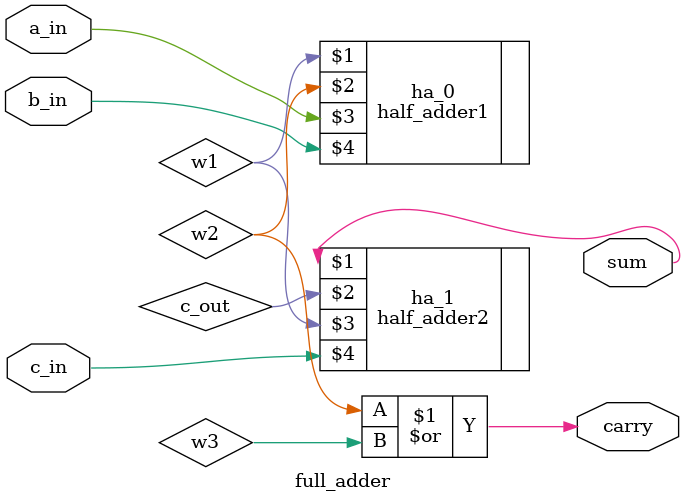
<source format=v>
`timescale 1ns / 1ps
module full_adder(
    input a_in,b_in,c_in,
    output sum,carry   
    );
    wire w1,w2,w3;
half_adder1 ha_0(w1,w2,a_in,b_in);
half_adder2 ha_1(sum,c_out,w1,c_in);
or(carry,w2,w3);
endmodule
</source>
